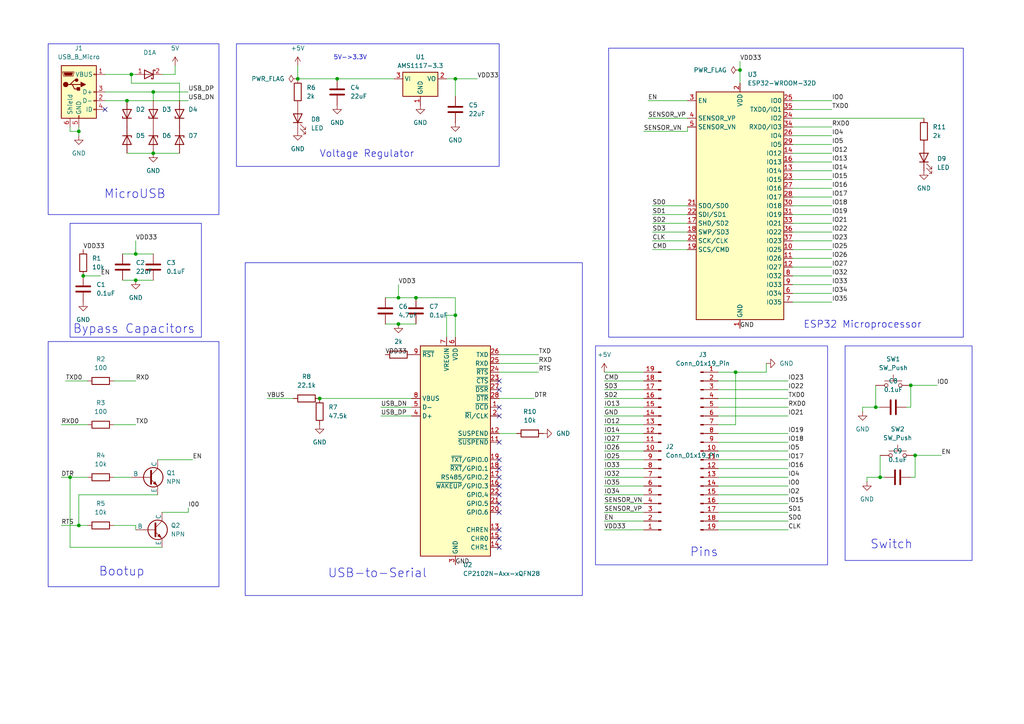
<source format=kicad_sch>
(kicad_sch (version 20231120) (generator "eeschema") (generator_version "8.0")
  (paper "A4")
  (lib_symbols
    (symbol "Connector:Conn_01x19_Pin" (pin_names (offset 1.016) hide)
      (property "Reference" "J" (at 0 25.4 0))
      (property "Value" "Conn_01x19_Pin" (at 0 -25.4 0))
      (symbol "Conn_01x19_Pin_1_1"
        (polyline (pts (xy 1.27 -22.86) (xy 0.8636 -22.86)) (stroke (width 0.1524)))
        (polyline (pts (xy 1.27 -20.32) (xy 0.8636 -20.32)) (stroke (width 0.1524)))
        (polyline (pts (xy 1.27 -17.78) (xy 0.8636 -17.78)) (stroke (width 0.1524)))
        (polyline (pts (xy 1.27 -15.24) (xy 0.8636 -15.24)) (stroke (width 0.1524)))
        (polyline (pts (xy 1.27 -12.7) (xy 0.8636 -12.7)) (stroke (width 0.1524)))
        (polyline (pts (xy 1.27 -10.16) (xy 0.8636 -10.16)) (stroke (width 0.1524)))
        (polyline (pts (xy 1.27 -7.62) (xy 0.8636 -7.62)) (stroke (width 0.1524)))
        (polyline (pts (xy 1.27 -5.08) (xy 0.8636 -5.08)) (stroke (width 0.1524)))
        (polyline (pts (xy 1.27 -2.54) (xy 0.8636 -2.54)) (stroke (width 0.1524)))
        (polyline (pts (xy 1.27 0) (xy 0.8636 0)) (stroke (width 0.1524)))
        (polyline (pts (xy 1.27 2.54) (xy 0.8636 2.54)) (stroke (width 0.1524)))
        (polyline (pts (xy 1.27 5.08) (xy 0.8636 5.08)) (stroke (width 0.1524)))
        (polyline (pts (xy 1.27 7.62) (xy 0.8636 7.62)) (stroke (width 0.1524)))
        (polyline (pts (xy 1.27 10.16) (xy 0.8636 10.16)) (stroke (width 0.1524)))
        (polyline (pts (xy 1.27 12.7) (xy 0.8636 12.7)) (stroke (width 0.1524)))
        (polyline (pts (xy 1.27 15.24) (xy 0.8636 15.24)) (stroke (width 0.1524)))
        (polyline (pts (xy 1.27 17.78) (xy 0.8636 17.78)) (stroke (width 0.1524)))
        (polyline (pts (xy 1.27 20.32) (xy 0.8636 20.32)) (stroke (width 0.1524)))
        (polyline (pts (xy 1.27 22.86) (xy 0.8636 22.86)) (stroke (width 0.1524)))
        (rectangle (start 0.8636 -22.733) (end 0 -22.987) (stroke (width 0.1524)) (fill (type outline)))
        (rectangle (start 0.8636 -20.193) (end 0 -20.447) (stroke (width 0.1524)) (fill (type outline)))
        (rectangle (start 0.8636 -17.653) (end 0 -17.907) (stroke (width 0.1524)) (fill (type outline)))
        (rectangle (start 0.8636 -15.113) (end 0 -15.367) (stroke (width 0.1524)) (fill (type outline)))
        (rectangle (start 0.8636 -12.573) (end 0 -12.827) (stroke (width 0.1524)) (fill (type outline)))
        (rectangle (start 0.8636 -10.033) (end 0 -10.287) (stroke (width 0.1524)) (fill (type outline)))
        (rectangle (start 0.8636 -7.493) (end 0 -7.747) (stroke (width 0.1524)) (fill (type outline)))
        (rectangle (start 0.8636 -4.953) (end 0 -5.207) (stroke (width 0.1524)) (fill (type outline)))
        (rectangle (start 0.8636 -2.413) (end 0 -2.667) (stroke (width 0.1524)) (fill (type outline)))
        (rectangle (start 0.8636 0.127) (end 0 -0.127) (stroke (width 0.1524)) (fill (type outline)))
        (rectangle (start 0.8636 2.667) (end 0 2.413) (stroke (width 0.1524)) (fill (type outline)))
        (rectangle (start 0.8636 5.207) (end 0 4.953) (stroke (width 0.1524)) (fill (type outline)))
        (rectangle (start 0.8636 7.747) (end 0 7.493) (stroke (width 0.1524)) (fill (type outline)))
        (rectangle (start 0.8636 10.287) (end 0 10.033) (stroke (width 0.1524)) (fill (type outline)))
        (rectangle (start 0.8636 12.827) (end 0 12.573) (stroke (width 0.1524)) (fill (type outline)))
        (rectangle (start 0.8636 15.367) (end 0 15.113) (stroke (width 0.1524)) (fill (type outline)))
        (rectangle (start 0.8636 17.907) (end 0 17.653) (stroke (width 0.1524)) (fill (type outline)))
        (rectangle (start 0.8636 20.447) (end 0 20.193) (stroke (width 0.1524)) (fill (type outline)))
        (rectangle (start 0.8636 22.987) (end 0 22.733) (stroke (width 0.1524)) (fill (type outline)))
        (pin passive line (at 5.08 22.86 180) (length 3.81) (name "Pin_1") (number "1"))
        (pin passive line (at 5.08 0 180) (length 3.81) (name "Pin_10") (number "10"))
        (pin passive line (at 5.08 -2.54 180) (length 3.81) (name "Pin_11") (number "11"))
        (pin passive line (at 5.08 -5.08 180) (length 3.81) (name "Pin_12") (number "12"))
        (pin passive line (at 5.08 -7.62 180) (length 3.81) (name "Pin_13") (number "13"))
        (pin passive line (at 5.08 -10.16 180) (length 3.81) (name "Pin_14") (number "14"))
        (pin passive line (at 5.08 -12.7 180) (length 3.81) (name "Pin_15") (number "15"))
        (pin passive line (at 5.08 -15.24 180) (length 3.81) (name "Pin_16") (number "16"))
        (pin passive line (at 5.08 -17.78 180) (length 3.81) (name "Pin_17") (number "17"))
        (pin passive line (at 5.08 -20.32 180) (length 3.81) (name "Pin_18") (number "18"))
        (pin passive line (at 5.08 -22.86 180) (length 3.81) (name "Pin_19") (number "19"))
        (pin passive line (at 5.08 20.32 180) (length 3.81) (name "Pin_2") (number "2"))
        (pin passive line (at 5.08 17.78 180) (length 3.81) (name "Pin_3") (number "3"))
        (pin passive line (at 5.08 15.24 180) (length 3.81) (name "Pin_4") (number "4"))
        (pin passive line (at 5.08 12.7 180) (length 3.81) (name "Pin_5") (number "5"))
        (pin passive line (at 5.08 10.16 180) (length 3.81) (name "Pin_6") (number "6"))
        (pin passive line (at 5.08 7.62 180) (length 3.81) (name "Pin_7") (number "7"))
        (pin passive line (at 5.08 5.08 180) (length 3.81) (name "Pin_8") (number "8"))
        (pin passive line (at 5.08 2.54 180) (length 3.81) (name "Pin_9") (number "9"))
      )
    )
    (symbol "Connector:USB_B_Micro" (pin_names (offset 1.016))
      (property "Reference" "J" (at -5.08 11.43 0))
      (property "Value" "USB_B_Micro" (at -5.08 8.89 0))
      (symbol "USB_B_Micro_0_1"
        (rectangle (start -5.08 -7.62) (end 5.08 7.62) (stroke (width 0.254)) (fill (type background)))
        (circle (center -3.81 2.159) (radius 0.635) (stroke (width 0.254)) (fill (type outline)))
        (circle (center -0.635 3.429) (radius 0.381) (stroke (width 0.254)) (fill (type outline)))
        (rectangle (start -0.127 -7.62) (end 0.127 -6.858))
        (polyline (pts (xy -1.905 2.159) (xy 0.635 2.159)) (stroke (width 0.254)))
        (polyline (pts (xy -3.175 2.159) (xy -2.54 2.159) (xy -1.27 3.429) (xy -0.635 3.429)) (stroke (width 0.254)))
        (polyline (pts (xy -2.54 2.159) (xy -1.905 2.159) (xy -1.27 0.889) (xy 0 0.889)) (stroke (width 0.254)))
        (polyline (pts (xy 0.635 2.794) (xy 0.635 1.524) (xy 1.905 2.159) (xy 0.635 2.794)) (stroke (width 0.254)) (fill (type outline)))
        (polyline (pts (xy -4.318 5.588) (xy -1.778 5.588) (xy -2.032 4.826) (xy -4.064 4.826) (xy -4.318 5.588)) (fill (type outline)))
        (polyline (pts (xy -4.699 5.842) (xy -4.699 5.588) (xy -4.445 4.826) (xy -4.445 4.572) (xy -1.651 4.572) (xy -1.651 4.826) (xy -1.397 5.588) (xy -1.397 5.842) (xy -4.699 5.842)))
        (rectangle (start 0.254 1.27) (end -0.508 0.508) (stroke (width 0.254)) (fill (type outline)))
        (rectangle (start 5.08 -5.207) (end 4.318 -4.953))
        (rectangle (start 5.08 -2.667) (end 4.318 -2.413))
        (rectangle (start 5.08 -0.127) (end 4.318 0.127))
        (rectangle (start 5.08 4.953) (end 4.318 5.207))
      )
      (symbol "USB_B_Micro_1_1"
        (pin power_out line (at 7.62 5.08 180) (length 2.54) (name "VBUS") (number "1"))
        (pin bidirectional line (at 7.62 -2.54 180) (length 2.54) (name "D-") (number "2"))
        (pin bidirectional line (at 7.62 0 180) (length 2.54) (name "D+") (number "3"))
        (pin passive line (at 7.62 -5.08 180) (length 2.54) (name "ID") (number "4"))
        (pin power_out line (at 0 -10.16 90) (length 2.54) (name "GND") (number "5"))
        (pin passive line (at -2.54 -10.16 90) (length 2.54) (name "Shield") (number "6"))
      )
    )
    (symbol "Device:C" (pin_numbers hide) (pin_names (offset 0.254))
      (property "Reference" "C" (at 0.635 2.54 0))
      (property "Value" "C" (at 0.635 -2.54 0))
      (symbol "C_0_1"
        (polyline (pts (xy -2.032 -0.762) (xy 2.032 -0.762)) (stroke (width 0.508)))
        (polyline (pts (xy -2.032 0.762) (xy 2.032 0.762)) (stroke (width 0.508)))
      )
      (symbol "C_1_1"
        (pin passive line (at 0 3.81 270) (length 2.794) (name "~") (number "1"))
        (pin passive line (at 0 -3.81 90) (length 2.794) (name "~") (number "2"))
      )
    )
    (symbol "Device:D_Schottky_Dual_CommonAnode_AKK_Split" (pin_names (offset 0.762) hide)
      (property "Reference" "D" (at 0 2.54 0))
      (property "Value" "D_Schottky_Dual_CommonAnode_AKK_Split" (at 0 -2.54 0))
      (symbol "D_Schottky_Dual_CommonAnode_AKK_Split_0_1"
        (polyline (pts (xy 1.27 0) (xy -1.27 0)))
        (polyline (pts (xy -1.27 1.27) (xy 1.27 0) (xy -1.27 -1.27) (xy -1.27 1.27) (xy -1.27 1.27) (xy -1.27 1.27)) (stroke (width 0.254)))
        (polyline (pts (xy 1.778 1.016) (xy 1.778 1.27) (xy 1.27 1.27) (xy 1.27 -1.27) (xy 0.762 -1.27) (xy 0.762 -1.016)) (stroke (width 0.254)))
        (pin passive line (at -3.81 0 0) (length 2.54) (name "A") (number "1"))
      )
      (symbol "D_Schottky_Dual_CommonAnode_AKK_Split_1_1"
        (pin passive line (at 3.81 0 180) (length 2.54) (name "K") (number "2"))
      )
      (symbol "D_Schottky_Dual_CommonAnode_AKK_Split_2_1"
        (pin passive line (at 3.81 0 180) (length 2.54) (name "K") (number "3"))
      )
    )
    (symbol "Device:LED" (pin_numbers hide) (pin_names (offset 1.016) hide)
      (property "Reference" "D" (at 0 2.54 0))
      (property "Value" "LED" (at 0 -2.54 0))
      (symbol "LED_0_1"
        (polyline (pts (xy -1.27 -1.27) (xy -1.27 1.27)) (stroke (width 0.254)))
        (polyline (pts (xy -1.27 0) (xy 1.27 0)))
        (polyline (pts (xy 1.27 -1.27) (xy 1.27 1.27) (xy -1.27 0) (xy 1.27 -1.27)) (stroke (width 0.254)))
        (polyline (pts (xy -3.048 -0.762) (xy -4.572 -2.286) (xy -3.81 -2.286) (xy -4.572 -2.286) (xy -4.572 -1.524)))
        (polyline (pts (xy -1.778 -0.762) (xy -3.302 -2.286) (xy -2.54 -2.286) (xy -3.302 -2.286) (xy -3.302 -1.524)))
      )
      (symbol "LED_1_1"
        (pin passive line (at -3.81 0 0) (length 2.54) (name "K") (number "1"))
        (pin passive line (at 3.81 0 180) (length 2.54) (name "A") (number "2"))
      )
    )
    (symbol "Device:R" (pin_numbers hide) (pin_names (offset 0))
      (property "Reference" "R" (at 2.032 0 90))
      (property "Value" "R" (at 0 0 90))
      (symbol "R_0_1"
        (rectangle (start -1.016 -2.54) (end 1.016 2.54) (stroke (width 0.254)))
      )
      (symbol "R_1_1"
        (pin passive line (at 0 3.81 270) (length 1.27) (name "~") (number "1"))
        (pin passive line (at 0 -3.81 90) (length 1.27) (name "~") (number "2"))
      )
    )
    (symbol "Diode:1N53xxB" (pin_numbers hide) (pin_names hide)
      (property "Reference" "D" (at 0 2.54 0))
      (property "Value" "1N53xxB" (at 0 -2.54 0))
      (symbol "1N53xxB_0_1"
        (polyline (pts (xy 1.27 0) (xy -1.27 0)))
        (polyline (pts (xy -1.27 -1.27) (xy -1.27 1.27) (xy -0.762 1.27)) (stroke (width 0.254)))
        (polyline (pts (xy 1.27 -1.27) (xy 1.27 1.27) (xy -1.27 0) (xy 1.27 -1.27)) (stroke (width 0.254)))
      )
      (symbol "1N53xxB_1_1"
        (pin passive line (at -3.81 0 0) (length 2.54) (name "K") (number "1"))
        (pin passive line (at 3.81 0 180) (length 2.54) (name "A") (number "2"))
      )
    )
    (symbol "Interface_USB:CP2102N-Axx-xQFN28"
      (property "Reference" "U" (at -8.89 31.75 0))
      (property "Value" "CP2102N-Axx-xQFN28" (at 12.7 31.75 0))
      (symbol "CP2102N-Axx-xQFN28_0_1"
        (rectangle (start -10.16 30.48) (end 10.16 -30.48) (stroke (width 0.254)) (fill (type background)))
      )
      (symbol "CP2102N-Axx-xQFN28_1_1"
        (pin input line (at 12.7 12.7 180) (length 2.54) (name "~{DCD}") (number "1"))
        (pin no_connect line (at -10.16 -27.94 0) (length 2.54) hide (name "NC") (number "10"))
        (pin output line (at 12.7 2.54 180) (length 2.54) (name "~{SUSPEND}") (number "11"))
        (pin output line (at 12.7 5.08 180) (length 2.54) (name "SUSPEND") (number "12"))
        (pin output line (at 12.7 -22.86 180) (length 2.54) (name "CHREN") (number "13"))
        (pin output line (at 12.7 -27.94 180) (length 2.54) (name "CHR1") (number "14"))
        (pin output line (at 12.7 -25.4 180) (length 2.54) (name "CHR0") (number "15"))
        (pin bidirectional line (at 12.7 -10.16 180) (length 2.54) (name "~{WAKEUP}/GPIO.3") (number "16"))
        (pin bidirectional line (at 12.7 -7.62 180) (length 2.54) (name "RS485/GPIO.2") (number "17"))
        (pin bidirectional line (at 12.7 -5.08 180) (length 2.54) (name "~{RXT}/GPIO.1") (number "18"))
        (pin bidirectional line (at 12.7 -2.54 180) (length 2.54) (name "~{TXT}/GPIO.0") (number "19"))
        (pin bidirectional line (at 12.7 10.16 180) (length 2.54) (name "~{RI}/CLK") (number "2"))
        (pin bidirectional line (at 12.7 -17.78 180) (length 2.54) (name "GPIO.6") (number "20"))
        (pin bidirectional line (at 12.7 -15.24 180) (length 2.54) (name "GPIO.5") (number "21"))
        (pin bidirectional line (at 12.7 -12.7 180) (length 2.54) (name "GPIO.4") (number "22"))
        (pin input line (at 12.7 20.32 180) (length 2.54) (name "~{CTS}") (number "23"))
        (pin output line (at 12.7 22.86 180) (length 2.54) (name "~{RTS}") (number "24"))
        (pin input line (at 12.7 25.4 180) (length 2.54) (name "RXD") (number "25"))
        (pin output line (at 12.7 27.94 180) (length 2.54) (name "TXD") (number "26"))
        (pin input line (at 12.7 17.78 180) (length 2.54) (name "~{DSR}") (number "27"))
        (pin output line (at 12.7 15.24 180) (length 2.54) (name "~{DTR}") (number "28"))
        (pin passive line (at 0 -33.02 90) (length 2.54) hide (name "GND") (number "29"))
        (pin power_in line (at 0 -33.02 90) (length 2.54) (name "GND") (number "3"))
        (pin bidirectional line (at -12.7 10.16 0) (length 2.54) (name "D+") (number "4"))
        (pin bidirectional line (at -12.7 12.7 0) (length 2.54) (name "D-") (number "5"))
        (pin power_in line (at 0 33.02 270) (length 2.54) (name "VDD") (number "6"))
        (pin power_in line (at -2.54 33.02 270) (length 2.54) (name "VREGIN") (number "7"))
        (pin input line (at -12.7 15.24 0) (length 2.54) (name "VBUS") (number "8"))
        (pin input line (at -12.7 27.94 0) (length 2.54) (name "~{RST}") (number "9"))
      )
    )
    (symbol "RF_Module:ESP32-WROOM-32D"
      (property "Reference" "U" (at -12.7 34.29 0))
      (property "Value" "ESP32-WROOM-32D" (at 1.27 34.29 0))
      (symbol "ESP32-WROOM-32D_0_1"
        (rectangle (start -12.7 33.02) (end 12.7 -33.02) (stroke (width 0.254)) (fill (type background)))
      )
      (symbol "ESP32-WROOM-32D_1_1"
        (pin power_in line (at 0 -35.56 90) (length 2.54) (name "GND") (number "1"))
        (pin bidirectional line (at 15.24 -12.7 180) (length 2.54) (name "IO25") (number "10"))
        (pin bidirectional line (at 15.24 -15.24 180) (length 2.54) (name "IO26") (number "11"))
        (pin bidirectional line (at 15.24 -17.78 180) (length 2.54) (name "IO27") (number "12"))
        (pin bidirectional line (at 15.24 10.16 180) (length 2.54) (name "IO14") (number "13"))
        (pin bidirectional line (at 15.24 15.24 180) (length 2.54) (name "IO12") (number "14"))
        (pin passive line (at 0 -35.56 90) (length 2.54) hide (name "GND") (number "15"))
        (pin bidirectional line (at 15.24 12.7 180) (length 2.54) (name "IO13") (number "16"))
        (pin bidirectional line (at -15.24 -5.08 0) (length 2.54) (name "SHD/SD2") (number "17"))
        (pin bidirectional line (at -15.24 -7.62 0) (length 2.54) (name "SWP/SD3") (number "18"))
        (pin bidirectional line (at -15.24 -12.7 0) (length 2.54) (name "SCS/CMD") (number "19"))
        (pin power_in line (at 0 35.56 270) (length 2.54) (name "VDD") (number "2"))
        (pin bidirectional line (at -15.24 -10.16 0) (length 2.54) (name "SCK/CLK") (number "20"))
        (pin bidirectional line (at -15.24 0 0) (length 2.54) (name "SDO/SD0") (number "21"))
        (pin bidirectional line (at -15.24 -2.54 0) (length 2.54) (name "SDI/SD1") (number "22"))
        (pin bidirectional line (at 15.24 7.62 180) (length 2.54) (name "IO15") (number "23"))
        (pin bidirectional line (at 15.24 25.4 180) (length 2.54) (name "IO2") (number "24"))
        (pin bidirectional line (at 15.24 30.48 180) (length 2.54) (name "IO0") (number "25"))
        (pin bidirectional line (at 15.24 20.32 180) (length 2.54) (name "IO4") (number "26"))
        (pin bidirectional line (at 15.24 5.08 180) (length 2.54) (name "IO16") (number "27"))
        (pin bidirectional line (at 15.24 2.54 180) (length 2.54) (name "IO17") (number "28"))
        (pin bidirectional line (at 15.24 17.78 180) (length 2.54) (name "IO5") (number "29"))
        (pin input line (at -15.24 30.48 0) (length 2.54) (name "EN") (number "3"))
        (pin bidirectional line (at 15.24 0 180) (length 2.54) (name "IO18") (number "30"))
        (pin bidirectional line (at 15.24 -2.54 180) (length 2.54) (name "IO19") (number "31"))
        (pin no_connect line (at -12.7 -27.94 0) (length 2.54) hide (name "NC") (number "32"))
        (pin bidirectional line (at 15.24 -5.08 180) (length 2.54) (name "IO21") (number "33"))
        (pin bidirectional line (at 15.24 22.86 180) (length 2.54) (name "RXD0/IO3") (number "34"))
        (pin bidirectional line (at 15.24 27.94 180) (length 2.54) (name "TXD0/IO1") (number "35"))
        (pin bidirectional line (at 15.24 -7.62 180) (length 2.54) (name "IO22") (number "36"))
        (pin bidirectional line (at 15.24 -10.16 180) (length 2.54) (name "IO23") (number "37"))
        (pin passive line (at 0 -35.56 90) (length 2.54) hide (name "GND") (number "38"))
        (pin passive line (at 0 -35.56 90) (length 2.54) hide (name "GND") (number "39"))
        (pin input line (at -15.24 25.4 0) (length 2.54) (name "SENSOR_VP") (number "4"))
        (pin input line (at -15.24 22.86 0) (length 2.54) (name "SENSOR_VN") (number "5"))
        (pin input line (at 15.24 -25.4 180) (length 2.54) (name "IO34") (number "6"))
        (pin input line (at 15.24 -27.94 180) (length 2.54) (name "IO35") (number "7"))
        (pin bidirectional line (at 15.24 -20.32 180) (length 2.54) (name "IO32") (number "8"))
        (pin bidirectional line (at 15.24 -22.86 180) (length 2.54) (name "IO33") (number "9"))
      )
    )
    (symbol "Regulator_Linear:AMS1117-3.3"
      (property "Reference" "U" (at -3.81 3.175 0))
      (property "Value" "AMS1117-3.3" (at 0 3.175 0))
      (symbol "AMS1117-3.3_0_1"
        (rectangle (start -5.08 -5.08) (end 5.08 1.905) (stroke (width 0.254)) (fill (type background)))
      )
      (symbol "AMS1117-3.3_1_1"
        (pin power_in line (at 0 -7.62 90) (length 2.54) (name "GND") (number "1"))
        (pin power_out line (at 7.62 0 180) (length 2.54) (name "VO") (number "2"))
        (pin power_in line (at -7.62 0 0) (length 2.54) (name "VI") (number "3"))
      )
    )
    (symbol "Simulation_SPICE:NPN" (pin_numbers hide) (pin_names (offset 0))
      (property "Reference" "Q" (at -2.54 7.62 0))
      (property "Value" "NPN" (at -2.54 5.08 0))
      (symbol "NPN_0_1"
        (polyline (pts (xy -2.54 0) (xy 0.635 0)) (stroke (width 0.1524)))
        (polyline (pts (xy 0.635 0.635) (xy 2.54 2.54)))
        (polyline (pts (xy 2.794 -1.27) (xy 2.794 -1.27)) (stroke (width 0.1524)))
        (polyline (pts (xy 2.794 -1.27) (xy 2.794 -1.27)) (stroke (width 0.1524)))
        (polyline (pts (xy 0.635 -0.635) (xy 2.54 -2.54) (xy 2.54 -2.54)))
        (polyline (pts (xy 0.635 1.905) (xy 0.635 -1.905) (xy 0.635 -1.905)) (stroke (width 0.508)))
        (polyline (pts (xy 1.27 -1.778) (xy 1.778 -1.27) (xy 2.286 -2.286) (xy 1.27 -1.778) (xy 1.27 -1.778)) (fill (type outline)))
        (circle (center 1.27 0) (radius 2.8194) (stroke (width 0.254)))
      )
      (symbol "NPN_1_1"
        (pin open_collector line (at 2.54 5.08 270) (length 2.54) (name "C") (number "1"))
        (pin input line (at -5.08 0 0) (length 2.54) (name "B") (number "2"))
        (pin open_emitter line (at 2.54 -5.08 90) (length 2.54) (name "E") (number "3"))
      )
    )
    (symbol "Switch:SW_Push" (pin_numbers hide) (pin_names (offset 1.016) hide)
      (property "Reference" "SW" (at 1.27 2.54 0))
      (property "Value" "SW_Push" (at 0 -1.524 0))
      (symbol "SW_Push_0_1"
        (circle (center -2.032 0) (radius 0.508))
        (polyline (pts (xy 0 1.27) (xy 0 3.048)))
        (polyline (pts (xy 2.54 1.27) (xy -2.54 1.27)))
        (circle (center 2.032 0) (radius 0.508))
        (pin passive line (at -5.08 0 0) (length 2.54) (name "1") (number "1"))
        (pin passive line (at 5.08 0 180) (length 2.54) (name "2") (number "2"))
      )
    )
    (symbol "power:+1V0" (power) (pin_numbers hide) (pin_names (offset 0) hide)
      (property "Value" "+1V0" (at 0 3.556 0))
      (symbol "+1V0_0_1"
        (polyline (pts (xy -0.762 1.27) (xy 0 2.54)))
        (polyline (pts (xy 0 0) (xy 0 2.54)))
        (polyline (pts (xy 0 2.54) (xy 0.762 1.27)))
      )
      (symbol "+1V0_1_1"
        (pin power_in line (at 0 0 90) (length 0) (name "~") (number "1"))
      )
    )
    (symbol "power:+5V" (power) (pin_numbers hide) (pin_names (offset 0) hide)
      (property "Value" "+5V" (at 0 3.556 0))
      (symbol "+5V_0_1"
        (polyline (pts (xy -0.762 1.27) (xy 0 2.54)))
        (polyline (pts (xy 0 0) (xy 0 2.54)))
        (polyline (pts (xy 0 2.54) (xy 0.762 1.27)))
      )
      (symbol "+5V_1_1"
        (pin power_in line (at 0 0 90) (length 0) (name "~") (number "1"))
      )
    )
    (symbol "power:GND" (power) (pin_numbers hide) (pin_names (offset 0) hide)
      (property "Value" "GND" (at 0 -3.81 0))
      (symbol "GND_0_1"
        (polyline (pts (xy 0 0) (xy 0 -1.27) (xy 1.27 -1.27) (xy 0 -2.54) (xy -1.27 -1.27) (xy 0 -1.27)))
      )
      (symbol "GND_1_1"
        (pin power_in line (at 0 0 270) (length 0) (name "~") (number "1"))
      )
    )
    (symbol "power:PWR_FLAG" (power) (pin_numbers hide) (pin_names (offset 0) hide)
      (property "Value" "PWR_FLAG" (at 0 3.81 0))
      (symbol "PWR_FLAG_0_0"
        (pin power_out line (at 0 0 90) (length 0) (name "~") (number "1"))
      )
      (symbol "PWR_FLAG_0_1"
        (polyline (pts (xy 0 0) (xy 0 1.27) (xy -1.016 1.905) (xy 0 2.54) (xy 1.016 1.905) (xy 0 1.27)))
      )
    )
  )
  (junction (at 86.36 22.86))
  (junction (at 254 118.11))
  (junction (at 255.27 138.43))
  (junction (at 265.43 132.08))
  (junction (at 20.32 138.43))
  (junction (at 132.08 91.44))
  (junction (at 22.86 152.4))
  (junction (at 38.1 21.59))
  (junction (at 115.57 86.36))
  (junction (at 264.16 111.76))
  (junction (at 39.37 81.28))
  (junction (at 44.45 44.45))
  (junction (at 36.83 29.21))
  (junction (at 120.65 86.36))
  (junction (at 132.08 22.86))
  (junction (at 214.63 20.32))
  (junction (at 92.71 115.57))
  (junction (at 97.79 22.86))
  (junction (at 24.13 80.01))
  (junction (at 213.36 107.95))
  (junction (at 22.86 38.1))
  (junction (at 39.37 73.66))
  (junction (at 44.45 26.67))
  (junction (at 115.57 93.98))
  (no_connect (at 144.78 133.35))
  (no_connect (at 30.48 31.75))
  (no_connect (at 144.78 156.21))
  (no_connect (at 144.78 110.49))
  (no_connect (at 144.78 143.51))
  (no_connect (at 144.78 153.67))
  (no_connect (at 144.78 128.27))
  (no_connect (at 144.78 118.11))
  (no_connect (at 144.78 113.03))
  (no_connect (at 144.78 158.75))
  (no_connect (at 144.78 148.59))
  (no_connect (at 144.78 120.65))
  (no_connect (at 144.78 140.97))
  (no_connect (at 144.78 146.05))
  (no_connect (at 144.78 138.43))
  (no_connect (at 144.78 135.89))
  (wire (pts (xy 208.28 133.35) (xy 228.6 133.35)))
  (wire (pts (xy 22.86 36.83) (xy 22.86 38.1)))
  (wire (pts (xy 22.86 152.4) (xy 25.4 152.4)))
  (wire (pts (xy 262.89 118.11) (xy 264.16 118.11)))
  (wire (pts (xy 144.78 102.87) (xy 156.21 102.87)))
  (wire (pts (xy 144.78 107.95) (xy 156.21 107.95)))
  (wire (pts (xy 129.54 97.79) (xy 129.54 91.44)))
  (wire (pts (xy 189.23 69.85) (xy 199.39 69.85)))
  (wire (pts (xy 229.87 87.63) (xy 241.3 87.63)))
  (wire (pts (xy 38.1 21.59) (xy 39.37 21.59)))
  (wire (pts (xy 208.28 130.81) (xy 228.6 130.81)))
  (wire (pts (xy 175.26 153.67) (xy 186.69 153.67)))
  (wire (pts (xy 115.57 93.98) (xy 120.65 93.98)))
  (wire (pts (xy 22.86 38.1) (xy 22.86 39.37)))
  (wire (pts (xy 229.87 85.09) (xy 241.3 85.09)))
  (wire (pts (xy 229.87 82.55) (xy 241.3 82.55)))
  (wire (pts (xy 264.16 111.76) (xy 264.16 118.11)))
  (wire (pts (xy 264.16 111.76) (xy 271.78 111.76)))
  (wire (pts (xy 175.26 118.11) (xy 186.69 118.11)))
  (wire (pts (xy 208.28 138.43) (xy 228.6 138.43)))
  (wire (pts (xy 97.79 22.86) (xy 114.3 22.86)))
  (wire (pts (xy 50.8 21.59) (xy 50.8 19.05)))
  (wire (pts (xy 20.32 158.75) (xy 20.32 138.43)))
  (wire (pts (xy 251.46 139.7) (xy 251.46 138.43)))
  (wire (pts (xy 189.23 59.69) (xy 199.39 59.69)))
  (wire (pts (xy 199.39 36.83) (xy 199.39 38.1)))
  (wire (pts (xy 175.26 125.73) (xy 186.69 125.73)))
  (wire (pts (xy 20.32 36.83) (xy 20.32 38.1)))
  (wire (pts (xy 229.87 77.47) (xy 241.3 77.47)))
  (wire (pts (xy 45.72 133.35) (xy 55.88 133.35)))
  (wire (pts (xy 186.69 38.1) (xy 199.39 38.1)))
  (wire (pts (xy 175.26 133.35) (xy 186.69 133.35)))
  (wire (pts (xy 229.87 64.77) (xy 241.3 64.77)))
  (wire (pts (xy 208.28 153.67) (xy 228.6 153.67)))
  (wire (pts (xy 44.45 26.67) (xy 54.61 26.67)))
  (wire (pts (xy 175.26 115.57) (xy 186.69 115.57)))
  (wire (pts (xy 132.08 22.86) (xy 132.08 27.94)))
  (wire (pts (xy 19.05 110.49) (xy 25.4 110.49)))
  (wire (pts (xy 44.45 26.67) (xy 44.45 29.21)))
  (wire (pts (xy 132.08 86.36) (xy 120.65 86.36)))
  (wire (pts (xy 229.87 49.53) (xy 241.3 49.53)))
  (wire (pts (xy 36.83 29.21) (xy 54.61 29.21)))
  (wire (pts (xy 229.87 44.45) (xy 241.3 44.45)))
  (wire (pts (xy 250.19 118.11) (xy 254 118.11)))
  (wire (pts (xy 115.57 86.36) (xy 120.65 86.36)))
  (wire (pts (xy 175.26 140.97) (xy 186.69 140.97)))
  (wire (pts (xy 229.87 69.85) (xy 241.3 69.85)))
  (wire (pts (xy 208.28 128.27) (xy 228.6 128.27)))
  (wire (pts (xy 36.83 44.45) (xy 44.45 44.45)))
  (wire (pts (xy 264.16 138.43) (xy 265.43 138.43)))
  (wire (pts (xy 33.02 152.4) (xy 39.37 152.4)))
  (wire (pts (xy 175.26 130.81) (xy 186.69 130.81)))
  (wire (pts (xy 175.26 123.19) (xy 186.69 123.19)))
  (wire (pts (xy 265.43 132.08) (xy 265.43 138.43)))
  (wire (pts (xy 175.26 120.65) (xy 186.69 120.65)))
  (wire (pts (xy 30.48 26.67) (xy 44.45 26.67)))
  (wire (pts (xy 20.32 38.1) (xy 22.86 38.1)))
  (wire (pts (xy 33.02 123.19) (xy 39.37 123.19)))
  (wire (pts (xy 255.27 132.08) (xy 255.27 138.43)))
  (wire (pts (xy 44.45 44.45) (xy 52.07 44.45)))
  (wire (pts (xy 208.28 140.97) (xy 228.6 140.97)))
  (wire (pts (xy 110.49 118.11) (xy 119.38 118.11)))
  (wire (pts (xy 208.28 123.19) (xy 213.36 123.19)))
  (wire (pts (xy 229.87 72.39) (xy 241.3 72.39)))
  (wire (pts (xy 17.78 152.4) (xy 22.86 152.4)))
  (wire (pts (xy 175.26 110.49) (xy 186.69 110.49)))
  (wire (pts (xy 208.28 118.11) (xy 228.6 118.11)))
  (wire (pts (xy 92.71 115.57) (xy 119.38 115.57)))
  (wire (pts (xy 255.27 138.43) (xy 256.54 138.43)))
  (wire (pts (xy 208.28 151.13) (xy 228.6 151.13)))
  (wire (pts (xy 110.49 120.65) (xy 119.38 120.65)))
  (wire (pts (xy 208.28 110.49) (xy 228.6 110.49)))
  (wire (pts (xy 54.61 147.32) (xy 54.61 148.59)))
  (wire (pts (xy 175.26 151.13) (xy 186.69 151.13)))
  (wire (pts (xy 213.36 123.19) (xy 213.36 107.95)))
  (wire (pts (xy 175.26 146.05) (xy 186.69 146.05)))
  (wire (pts (xy 229.87 80.01) (xy 241.3 80.01)))
  (wire (pts (xy 175.26 143.51) (xy 186.69 143.51)))
  (wire (pts (xy 111.76 93.98) (xy 115.57 93.98)))
  (wire (pts (xy 189.23 67.31) (xy 199.39 67.31)))
  (wire (pts (xy 229.87 29.21) (xy 241.3 29.21)))
  (wire (pts (xy 39.37 69.85) (xy 39.37 73.66)))
  (wire (pts (xy 115.57 82.55) (xy 115.57 86.36)))
  (wire (pts (xy 22.86 143.51) (xy 22.86 152.4)))
  (wire (pts (xy 189.23 72.39) (xy 199.39 72.39)))
  (wire (pts (xy 86.36 22.86) (xy 97.79 22.86)))
  (wire (pts (xy 229.87 39.37) (xy 241.3 39.37)))
  (wire (pts (xy 175.26 138.43) (xy 186.69 138.43)))
  (wire (pts (xy 229.87 62.23) (xy 241.3 62.23)))
  (wire (pts (xy 254 118.11) (xy 255.27 118.11)))
  (wire (pts (xy 86.36 19.05) (xy 86.36 22.86)))
  (wire (pts (xy 175.26 148.59) (xy 186.69 148.59)))
  (wire (pts (xy 208.28 120.65) (xy 228.6 120.65)))
  (wire (pts (xy 144.78 105.41) (xy 156.21 105.41)))
  (wire (pts (xy 38.1 24.13) (xy 38.1 21.59)))
  (wire (pts (xy 52.07 24.13) (xy 38.1 24.13)))
  (wire (pts (xy 229.87 74.93) (xy 241.3 74.93)))
  (wire (pts (xy 208.28 148.59) (xy 228.6 148.59)))
  (wire (pts (xy 175.26 128.27) (xy 186.69 128.27)))
  (wire (pts (xy 35.56 81.28) (xy 39.37 81.28)))
  (wire (pts (xy 265.43 132.08) (xy 273.05 132.08)))
  (wire (pts (xy 35.56 73.66) (xy 39.37 73.66)))
  (wire (pts (xy 189.23 62.23) (xy 199.39 62.23)))
  (wire (pts (xy 132.08 97.79) (xy 132.08 91.44)))
  (wire (pts (xy 175.26 113.03) (xy 186.69 113.03)))
  (wire (pts (xy 132.08 91.44) (xy 132.08 86.36)))
  (wire (pts (xy 33.02 110.49) (xy 39.37 110.49)))
  (wire (pts (xy 17.78 138.43) (xy 20.32 138.43)))
  (wire (pts (xy 229.87 59.69) (xy 241.3 59.69)))
  (wire (pts (xy 229.87 31.75) (xy 241.3 31.75)))
  (wire (pts (xy 132.08 22.86) (xy 138.43 22.86)))
  (wire (pts (xy 229.87 41.91) (xy 241.3 41.91)))
  (wire (pts (xy 144.78 115.57) (xy 154.94 115.57)))
  (wire (pts (xy 208.28 125.73) (xy 228.6 125.73)))
  (wire (pts (xy 39.37 81.28) (xy 44.45 81.28)))
  (wire (pts (xy 30.48 21.59) (xy 38.1 21.59)))
  (wire (pts (xy 187.96 29.21) (xy 199.39 29.21)))
  (wire (pts (xy 208.28 107.95) (xy 213.36 107.95)))
  (wire (pts (xy 189.23 64.77) (xy 199.39 64.77)))
  (wire (pts (xy 229.87 54.61) (xy 241.3 54.61)))
  (wire (pts (xy 214.63 17.78) (xy 214.63 20.32)))
  (wire (pts (xy 77.47 115.57) (xy 85.09 115.57)))
  (wire (pts (xy 39.37 73.66) (xy 44.45 73.66)))
  (wire (pts (xy 214.63 20.32) (xy 214.63 24.13)))
  (wire (pts (xy 129.54 22.86) (xy 132.08 22.86)))
  (wire (pts (xy 229.87 67.31) (xy 241.3 67.31)))
  (wire (pts (xy 52.07 29.21) (xy 52.07 24.13)))
  (wire (pts (xy 250.19 119.38) (xy 250.19 118.11)))
  (wire (pts (xy 187.96 34.29) (xy 199.39 34.29)))
  (wire (pts (xy 33.02 138.43) (xy 38.1 138.43)))
  (wire (pts (xy 229.87 36.83) (xy 241.3 36.83)))
  (wire (pts (xy 17.78 123.19) (xy 25.4 123.19)))
  (wire (pts (xy 175.26 135.89) (xy 186.69 135.89)))
  (wire (pts (xy 213.36 107.95) (xy 222.25 107.95)))
  (wire (pts (xy 46.99 158.75) (xy 20.32 158.75)))
  (wire (pts (xy 208.28 143.51) (xy 228.6 143.51)))
  (wire (pts (xy 111.76 86.36) (xy 115.57 86.36)))
  (wire (pts (xy 229.87 46.99) (xy 241.3 46.99)))
  (wire (pts (xy 175.26 107.95) (xy 186.69 107.95)))
  (wire (pts (xy 46.99 148.59) (xy 54.61 148.59)))
  (wire (pts (xy 251.46 138.43) (xy 255.27 138.43)))
  (wire (pts (xy 46.99 21.59) (xy 50.8 21.59)))
  (wire (pts (xy 20.32 138.43) (xy 25.4 138.43)))
  (wire (pts (xy 229.87 57.15) (xy 241.3 57.15)))
  (wire (pts (xy 45.72 143.51) (xy 22.86 143.51)))
  (wire (pts (xy 39.37 152.4) (xy 39.37 153.67)))
  (wire (pts (xy 30.48 29.21) (xy 36.83 29.21)))
  (wire (pts (xy 208.28 146.05) (xy 228.6 146.05)))
  (wire (pts (xy 144.78 125.73) (xy 149.86 125.73)))
  (wire (pts (xy 229.87 52.07) (xy 241.3 52.07)))
  (wire (pts (xy 129.54 91.44) (xy 132.08 91.44)))
  (wire (pts (xy 229.87 34.29) (xy 267.97 34.29)))
  (wire (pts (xy 208.28 113.03) (xy 228.6 113.03)))
  (wire (pts (xy 222.25 107.95) (xy 222.25 105.41)))
  (wire (pts (xy 208.28 135.89) (xy 228.6 135.89)))
  (wire (pts (xy 254 111.76) (xy 254 118.11)))
  (wire (pts (xy 208.28 115.57) (xy 228.6 115.57)))
  (wire (pts (xy 24.13 80.01) (xy 29.21 80.01)))
  (rectangle (start 13.97 12.7) (end 63.5 62.23))
  (rectangle (start 176.53 13.97) (end 279.4 97.79))
  (rectangle (start 245.11 100.33) (end 281.94 162.56))
  (rectangle (start 20.32 64.77) (end 58.42 97.79))
  (rectangle (start 172.72 100.33) (end 240.03 163.83))
  (rectangle (start 71.12 76.2) (end 168.91 172.72))
  (rectangle (start 13.97 99.06) (end 63.5 170.18))
  (rectangle (start 68.58 12.7) (end 144.78 48.26))
  (rectangle (start 245.11 100.33) (end 245.11 100.33))
  (text "Pins" (at 204.216 160.274 0) (effects (font (size 2.54 2.54))))
  (text "ESP32 Microprocessor" (at 250.19 94.234 0) (effects (font (size 2.032 2.032))))
  (text "Voltage Regulator" (at 106.426 44.704 0) (effects (font (size 2.032 2.032))))
  (text "MicroUSB" (at 39.116 56.388 0) (effects (font (size 2.54 2.54))))
  (text "Bypass Capacitors" (at 38.862 95.504 0) (effects (font (size 2.54 2.54))))
  (text "USB-to-Serial" (at 109.474 166.37 0) (effects (font (size 2.54 2.54))))
  (text "5V->3.3V" (at 101.6 16.764 0) (effects (font (size 1.27 1.27))))
  (text "Bootup" (at 35.306 165.862 0) (effects (font (size 2.54 2.54))))
  (text "Switch" (at 258.572 157.988 0) (effects (font (size 2.54 2.54))))
  (label "IO19" (at 228.6 125.73 0))
  (label "RTS" (at 156.21 107.95 0))
  (label "IO16" (at 241.3 54.61 0))
  (label "IO17" (at 241.3 57.15 0))
  (label "IO15" (at 228.6 146.05 0))
  (label "IO5" (at 241.3 41.91 0))
  (label "IO33" (at 175.26 135.89 0))
  (label "SD3" (at 175.26 113.03 0))
  (label "USB_DN" (at 110.49 118.11 0))
  (label "IO13" (at 241.3 46.99 0))
  (label "SD1" (at 228.6 148.59 0))
  (label "EN" (at 273.05 132.08 0))
  (label "VDD33" (at 39.37 69.85 0))
  (label "IO25" (at 241.3 72.39 0))
  (label "IO22" (at 228.6 113.03 0))
  (label "IO0" (at 271.78 111.76 0))
  (label "IO32" (at 175.26 138.43 0))
  (label "RXD0" (at 228.6 118.11 0))
  (label "DTR" (at 17.78 138.43 0))
  (label "CMD" (at 189.23 72.39 0))
  (label "CLK" (at 228.6 153.67 0))
  (label "TXD0" (at 19.05 110.49 0))
  (label "IO27" (at 241.3 77.47 0))
  (label "IO14" (at 241.3 49.53 0))
  (label "SD0" (at 228.6 151.13 0))
  (label "GND" (at 214.63 95.25 0))
  (label "VDD33" (at 111.76 102.87 0))
  (label "TXD" (at 156.21 102.87 0))
  (label "DTR" (at 154.94 115.57 0))
  (label "IO34" (at 175.26 143.51 0))
  (label "TXD0" (at 228.6 115.57 0))
  (label "CMD" (at 175.26 110.49 0))
  (label "USB_DP" (at 54.61 26.67 0))
  (label "VBUS" (at 77.47 115.57 0))
  (label "RTS" (at 17.78 152.4 0))
  (label "EN" (at 29.21 80.01 0))
  (label "IO21" (at 241.3 64.77 0))
  (label "IO4" (at 241.3 39.37 0))
  (label "RXD" (at 156.21 105.41 0))
  (label "IO4" (at 228.6 138.43 0))
  (label "GND" (at 132.08 163.83 0))
  (label "IO13" (at 175.26 118.11 0))
  (label "IO26" (at 241.3 74.93 0))
  (label "IO32" (at 241.3 80.01 0))
  (label "TXD0" (at 241.3 31.75 0))
  (label "SD3" (at 189.23 67.31 0))
  (label "USB_DP" (at 110.49 120.65 0))
  (label "IO18" (at 228.6 128.27 0))
  (label "SD2" (at 189.23 64.77 0))
  (label "IO19" (at 241.3 62.23 0))
  (label "IO22" (at 241.3 67.31 0))
  (label "CLK" (at 189.23 69.85 0))
  (label "SD1" (at 189.23 62.23 0))
  (label "SD0" (at 189.23 59.69 0))
  (label "USB_DN" (at 54.61 29.21 0))
  (label "IO35" (at 241.3 87.63 0))
  (label "VDD33" (at 24.13 72.39 0))
  (label "IO2" (at 228.6 143.51 0))
  (label "IO0" (at 228.6 140.97 0))
  (label "IO5" (at 228.6 130.81 0))
  (label "IO12" (at 175.26 123.19 0))
  (label "EN" (at 175.26 151.13 0))
  (label "SENSOR_VP" (at 175.26 148.59 0))
  (label "I00" (at 54.61 147.32 0))
  (label "IO34" (at 241.3 85.09 0))
  (label "IO33" (at 241.3 82.55 0))
  (label "GND" (at 175.26 120.65 0))
  (label "EN" (at 55.88 133.35 0))
  (label "IO17" (at 228.6 133.35 0))
  (label "SENSOR_VP" (at 187.96 34.29 0))
  (label "IO25" (at 175.26 133.35 0))
  (label "IO23" (at 228.6 110.49 0))
  (label "IO23" (at 241.3 69.85 0))
  (label "RXD" (at 39.37 110.49 0))
  (label "RXD0" (at 17.78 123.19 0))
  (label "IO21" (at 228.6 120.65 0))
  (label "IO35" (at 175.26 140.97 0))
  (label "VDD33" (at 214.63 17.78 0))
  (label "IO18" (at 241.3 59.69 0))
  (label "SENSOR_VN" (at 175.26 146.05 0))
  (label "IO16" (at 228.6 135.89 0))
  (label "EN" (at 187.96 29.21 0))
  (label "VDD33" (at 175.26 153.67 0))
  (label "VDD3" (at 115.57 82.55 0))
  (label "IO27" (at 175.26 128.27 0))
  (label "IO0" (at 241.3 29.21 0))
  (label "IO14" (at 175.26 125.73 0))
  (label "SD2" (at 175.26 115.57 0))
  (label "IO12" (at 241.3 44.45 0))
  (label "VDD33" (at 138.43 22.86 0))
  (label "TXD" (at 39.37 123.19 0))
  (label "IO26" (at 175.26 130.81 0))
  (label "RXD0" (at 241.3 36.83 0))
  (label "SENSOR_VN" (at 186.69 38.1 0))
  (label "IO15" (at 241.3 52.07 0))
  (symbol (lib_id "Device:R") (at 86.36 26.67 0) (unit 1)
    (property "Reference" "R6" (at 88.9 25.3999 0) (effects (justify left)))
    (property "Value" "2k" (at 88.9 27.9399 0) (effects (justify left)))
    (property "Footprint" "Resistor_SMD:R_0612_1632Metric_Pad1.18x3.40mm_HandSolder" (effects (hide yes)))
    (property "Description" "Resistor" (effects (hide yes)))
  )
  (symbol (lib_id "Device:R") (at 29.21 110.49 90) (unit 1)
    (property "Reference" "R2" (at 29.21 104.14 90))
    (property "Value" "100" (at 29.21 106.68 90))
    (property "Footprint" "Resistor_SMD:R_0201_0603Metric_Pad0.64x0.40mm_HandSolder" (effects (hide yes)))
    (property "Description" "Resistor" (effects (hide yes)))
  )
  (symbol (lib_id "Diode:1N53xxB") (at 44.45 33.02 90) (unit 1)
    (property "Reference" "D3" (at 46.99 31.7499 90) (effects (justify right)))
    (property "Value" "1N53xxB" (effects (hide yes)))
    (property "Footprint" "Diode_SMD:D_0603_1608Metric_Pad1.05x0.95mm_HandSolder" (effects (hide yes)))
    (property "Datasheet" "https://diotec.com/tl_files/diotec/files/pdf/datasheets/1n5345b.pdf" (effects (hide yes)))
    (property "Description" "5000mW Zener Diode, DO-201" (effects (hide yes)))
  )
  (symbol (lib_id "power:GND") (at 44.45 44.45 0) (unit 1)
    (property "Reference" "#PWR018" (effects (hide yes)))
    (property "Value" "GND" (at 44.45 49.53 0))
    (property "Description" "Power symbol creates a global label with name \"GND\" , ground" (effects (hide yes)))
  )
  (symbol (lib_id "Device:C") (at 111.76 90.17 0) (unit 1)
    (property "Reference" "C6" (at 115.57 88.8999 0) (effects (justify left)))
    (property "Value" "4.7uF" (at 115.57 91.4399 0) (effects (justify left)))
    (property "Footprint" "Capacitor_SMD:C_1210_3225Metric_Pad1.33x2.70mm_HandSolder" (effects (hide yes)))
    (property "Description" "Unpolarized capacitor" (effects (hide yes)))
  )
  (symbol (lib_id "Device:LED") (at 267.97 45.72 90) (unit 1)
    (property "Reference" "D9" (at 271.78 46.0374 90) (effects (justify right)))
    (property "Value" "LED" (at 271.78 48.5774 90) (effects (justify right)))
    (property "Footprint" "LED_SMD:LED_2512_6332Metric_Pad1.52x3.35mm_HandSolder" (effects (hide yes)))
    (property "Description" "Light emitting diode" (effects (hide yes)))
  )
  (symbol (lib_id "power:GND") (at 222.25 105.41 90) (unit 1)
    (property "Reference" "#PWR015" (effects (hide yes)))
    (property "Value" "GND" (at 226.06 105.4099 90) (effects (justify right)))
    (property "Description" "Power symbol creates a global label with name \"GND\" , ground" (effects (hide yes)))
  )
  (symbol (lib_id "Device:D_Schottky_Dual_CommonAnode_AKK_Split") (at 43.18 21.59 0) (unit 1)
    (property "Reference" "D1" (at 43.434 15.24 0))
    (property "Value" "D_Schottky_Dual_CommonAnode_AKK_Split" (effects (hide yes)))
    (property "Footprint" "Package_TO_SOT_SMD:SOT-23" (effects (hide yes)))
    (property "Description" "Dual Schottky diode, common anode on pin 1" (effects (hide yes)))
  )
  (symbol (lib_id "power:+5V") (at 86.36 19.05 0) (unit 1)
    (property "Reference" "#PWR08" (effects (hide yes)))
    (property "Value" "+5V" (at 86.36 13.97 0))
    (property "Description" "Power symbol creates a global label with name \"+5V\"" (effects (hide yes)))
  )
  (symbol (lib_id "power:+5V") (at 175.26 107.95 0) (unit 1)
    (property "Reference" "#PWR014" (effects (hide yes)))
    (property "Value" "+5V" (at 175.26 102.87 0))
    (property "Description" "Power symbol creates a global label with name \"+5V\"" (effects (hide yes)))
  )
  (symbol (lib_id "Device:C") (at 120.65 90.17 0) (unit 1)
    (property "Reference" "C7" (at 124.46 88.8999 0) (effects (justify left)))
    (property "Value" "0.1uF" (at 124.46 91.4399 0) (effects (justify left)))
    (property "Footprint" "Capacitor_SMD:C_1206_3216Metric_Pad1.33x1.80mm_HandSolder" (effects (hide yes)))
    (property "Description" "Unpolarized capacitor" (effects (hide yes)))
  )
  (symbol (lib_id "power:GND") (at 115.57 93.98 0) (unit 1)
    (property "Reference" "#PWR010" (effects (hide yes)))
    (property "Value" "GND" (effects (hide yes)))
    (property "Description" "Power symbol creates a global label with name \"GND\" , ground" (effects (hide yes)))
  )
  (symbol (lib_id "power:GND") (at 132.08 35.56 0) (unit 1)
    (property "Reference" "#PWR07" (effects (hide yes)))
    (property "Value" "GND" (at 132.08 40.64 0))
    (property "Description" "Power symbol creates a global label with name \"GND\" , ground" (effects (hide yes)))
  )
  (symbol (lib_id "Device:C") (at 132.08 31.75 0) (unit 1)
    (property "Reference" "C5" (at 135.89 30.4799 0) (effects (justify left)))
    (property "Value" "22uF" (at 135.89 33.0199 0) (effects (justify left)))
    (property "Footprint" "Capacitor_SMD:C_2220_5750Metric_Pad1.97x5.40mm_HandSolder" (effects (hide yes)))
    (property "Description" "Unpolarized capacitor" (effects (hide yes)))
  )
  (symbol (lib_id "Device:R") (at 115.57 102.87 90) (unit 1)
    (property "Reference" "R9" (effects (hide yes)))
    (property "Value" "2k" (at 115.57 99.06 90))
    (property "Footprint" "Resistor_SMD:R_0612_1632Metric_Pad1.18x3.40mm_HandSolder" (effects (hide yes)))
    (property "Description" "Resistor" (effects (hide yes)))
  )
  (symbol (lib_id "power:GND") (at 251.46 139.7 0) (unit 1)
    (property "Reference" "#PWR017" (effects (hide yes)))
    (property "Value" "GND" (at 251.46 144.78 0))
    (property "Description" "Power symbol creates a global label with name \"GND\" , ground" (effects (hide yes)))
  )
  (symbol (lib_id "power:GND") (at 92.71 123.19 0) (unit 1)
    (property "Reference" "#PWR011" (effects (hide yes)))
    (property "Value" "GND" (at 92.71 128.27 0))
    (property "Description" "Power symbol creates a global label with name \"GND\" , ground" (effects (hide yes)))
  )
  (symbol (lib_id "Device:LED") (at 86.36 34.29 90) (unit 1)
    (property "Reference" "D8" (at 90.17 34.6074 90) (effects (justify right)))
    (property "Value" "LED" (at 90.17 37.1474 90) (effects (justify right)))
    (property "Footprint" "LED_SMD:LED_2512_6332Metric_Pad1.52x3.35mm_HandSolder" (effects (hide yes)))
    (property "Description" "Light emitting diode" (effects (hide yes)))
  )
  (symbol (lib_id "Connector:Conn_01x19_Pin") (at 191.77 130.81 180) (unit 1)
    (property "Reference" "J2" (at 193.04 129.5399 0) (effects (justify right)))
    (property "Value" "Conn_01x19_Pin" (at 193.04 132.0799 0) (effects (justify right)))
    (property "Footprint" "Connector_PinHeader_1.00mm:PinHeader_1x17_P1.00mm_Vertical" (effects (hide yes)))
    (property "Description" "Generic connector, single row, 01x19, script generated" (effects (hide yes)))
  )
  (symbol (lib_id "Simulation_SPICE:NPN") (at 43.18 138.43 0) (unit 1)
    (property "Reference" "Q1" (at 48.26 137.1599 0) (effects (justify left)))
    (property "Value" "NPN" (at 48.26 139.6999 0) (effects (justify left)))
    (property "Footprint" "Package_TO_SOT_SMD:SOT-23W" (effects (hide yes)))
    (property "Datasheet" "https://ngspice.sourceforge.io/docs/ngspice-html-manual/manual.xhtml#cha_BJTs" (effects (hide yes)))
    (property "Description" "Bipolar transistor symbol for simulation only, substrate tied to the emitter" (effects (hide yes)))
    (property "Sim.Device" "NPN" (effects (hide yes)))
    (property "Sim.Type" "GUMMELPOON" (effects (hide yes)))
    (property "Sim.Pins" "1=C 2=B 3=E" (effects (hide yes)))
  )
  (symbol (lib_id "Connector:Conn_01x19_Pin") (at 203.2 130.81 0) (unit 1)
    (property "Reference" "J3" (at 203.835 102.87 0))
    (property "Value" "Conn_01x19_Pin" (at 203.835 105.41 0))
    (property "Footprint" "Connector_PinHeader_1.00mm:PinHeader_1x19_P1.00mm_Vertical" (effects (hide yes)))
    (property "Description" "Generic connector, single row, 01x19, script generated" (effects (hide yes)))
  )
  (symbol (lib_id "Device:R") (at 92.71 119.38 0) (unit 1)
    (property "Reference" "R7" (at 95.25 118.1099 0) (effects (justify left)))
    (property "Value" "47.5k" (at 95.25 120.6499 0) (effects (justify left)))
    (property "Footprint" "Resistor_SMD:R_1206_3216Metric_Pad1.30x1.75mm_HandSolder" (effects (hide yes)))
    (property "Description" "Resistor" (effects (hide yes)))
  )
  (symbol (lib_id "Simulation_SPICE:NPN") (at 44.45 153.67 0) (unit 1)
    (property "Reference" "Q2" (at 49.53 152.3999 0) (effects (justify left)))
    (property "Value" "NPN" (at 49.53 154.9399 0) (effects (justify left)))
    (property "Footprint" "Package_TO_SOT_SMD:SOT-23W" (effects (hide yes)))
    (property "Datasheet" "https://ngspice.sourceforge.io/docs/ngspice-html-manual/manual.xhtml#cha_BJTs" (effects (hide yes)))
    (property "Description" "Bipolar transistor symbol for simulation only, substrate tied to the emitter" (effects (hide yes)))
    (property "Sim.Device" "NPN" (effects (hide yes)))
    (property "Sim.Type" "GUMMELPOON" (effects (hide yes)))
    (property "Sim.Pins" "1=C 2=B 3=E" (effects (hide yes)))
  )
  (symbol (lib_id "power:+1V0") (at 50.8 19.05 0) (unit 1)
    (property "Reference" "#PWR01" (effects (hide yes)))
    (property "Value" "5V" (at 50.8 13.97 0))
    (property "Description" "Power symbol creates a global label with name \"+1V0\"" (effects (hide yes)))
  )
  (symbol (lib_id "Diode:1N53xxB") (at 52.07 33.02 90) (unit 1)
    (property "Reference" "D4" (at 54.61 31.7499 90) (effects (justify right)))
    (property "Value" "1N53xxB" (effects (hide yes)))
    (property "Footprint" "Diode_SMD:D_0603_1608Metric_Pad1.05x0.95mm_HandSolder" (effects (hide yes)))
    (property "Datasheet" "https://diotec.com/tl_files/diotec/files/pdf/datasheets/1n5345b.pdf" (effects (hide yes)))
    (property "Description" "5000mW Zener Diode, DO-201" (effects (hide yes)))
  )
  (symbol (lib_id "Interface_USB:CP2102N-Axx-xQFN28") (at 132.08 130.81 0) (unit 1)
    (property "Reference" "U2" (at 134.2741 163.83 0) (effects (justify left)))
    (property "Value" "CP2102N-Axx-xQFN28" (at 134.2741 166.37 0) (effects (justify left)))
    (property "Footprint" "Package_DFN_QFN:QFN-28-1EP_5x5mm_P0.5mm_EP3.35x3.35mm" (effects (hide yes)))
    (property "Datasheet" "https://www.silabs.com/documents/public/data-sheets/cp2102n-datasheet.pdf" (effects (hide yes)))
    (property "Description" "USB to UART master bridge, QFN-28" (effects (hide yes)))
  )
  (symbol (lib_id "Switch:SW_Push") (at 259.08 111.76 0) (unit 1)
    (property "Reference" "SW1" (at 259.08 104.14 0))
    (property "Value" "SW_Push" (at 259.08 106.68 0))
    (property "Footprint" "Button_Switch_THT:SW_PUSH_6mm_H4.3mm" (effects (hide yes)))
    (property "Description" "Push button switch, generic, two pins" (effects (hide yes)))
  )
  (symbol (lib_id "power:GND") (at 250.19 119.38 0) (unit 1)
    (property "Reference" "#PWR016" (effects (hide yes)))
    (property "Value" "GND" (at 250.19 124.46 0))
    (property "Description" "Power symbol creates a global label with name \"GND\" , ground" (effects (hide yes)))
  )
  (symbol (lib_id "Device:C") (at 44.45 77.47 0) (unit 1)
    (property "Reference" "C3" (at 48.26 76.1999 0) (effects (justify left)))
    (property "Value" "0.1uF" (at 48.26 78.7399 0) (effects (justify left)))
    (property "Footprint" "Capacitor_SMD:C_1206_3216Metric_Pad1.33x1.80mm_HandSolder" (effects (hide yes)))
    (property "Description" "Unpolarized capacitor" (effects (hide yes)))
  )
  (symbol (lib_id "power:PWR_FLAG") (at 214.63 20.32 90) (unit 1)
    (property "Reference" "#FLG02" (effects (hide yes)))
    (property "Value" "PWR_FLAG" (at 210.82 20.3199 90) (effects (justify left)))
    (property "Description" "Special symbol for telling ERC where power comes from" (effects (hide yes)))
  )
  (symbol (lib_id "Device:R") (at 153.67 125.73 270) (unit 1)
    (property "Reference" "R10" (at 153.67 119.38 90))
    (property "Value" "10k" (at 153.67 121.92 90))
    (property "Footprint" "Resistor_SMD:R_0805_2012Metric_Pad1.20x1.40mm_HandSolder" (effects (hide yes)))
    (property "Description" "Resistor" (effects (hide yes)))
  )
  (symbol (lib_id "power:GND") (at 97.79 30.48 0) (unit 1)
    (property "Reference" "#PWR06" (effects (hide yes)))
    (property "Value" "GND" (at 97.79 35.56 0))
    (property "Description" "Power symbol creates a global label with name \"GND\" , ground" (effects (hide yes)))
  )
  (symbol (lib_id "Device:R") (at 29.21 152.4 90) (unit 1)
    (property "Reference" "R5" (at 29.21 146.05 90))
    (property "Value" "10k" (at 29.21 148.59 90))
    (property "Footprint" "Resistor_SMD:R_0805_2012Metric_Pad1.20x1.40mm_HandSolder" (effects (hide yes)))
    (property "Description" "Resistor" (effects (hide yes)))
  )
  (symbol (lib_id "power:GND") (at 24.13 87.63 0) (unit 1)
    (property "Reference" "#PWR03" (effects (hide yes)))
    (property "Value" "GND" (at 24.13 92.71 0))
    (property "Description" "Power symbol creates a global label with name \"GND\" , ground" (effects (hide yes)))
  )
  (symbol (lib_id "power:GND") (at 157.48 125.73 90) (unit 1)
    (property "Reference" "#PWR012" (effects (hide yes)))
    (property "Value" "GND" (at 161.29 125.7299 90) (effects (justify right)))
    (property "Description" "Power symbol creates a global label with name \"GND\" , ground" (effects (hide yes)))
  )
  (symbol (lib_id "power:GND") (at 39.37 81.28 0) (unit 1)
    (property "Reference" "#PWR04" (effects (hide yes)))
    (property "Value" "GND" (at 39.37 86.36 0))
    (property "Description" "Power symbol creates a global label with name \"GND\" , ground" (effects (hide yes)))
  )
  (symbol (lib_id "Connector:USB_B_Micro") (at 22.86 26.67 0) (unit 1)
    (property "Reference" "J1" (at 22.86 13.97 0))
    (property "Value" "USB_B_Micro" (at 22.86 16.51 0))
    (property "Footprint" "Connector_USB:USB_Micro-B_Molex_47346-0001" (effects (hide yes)))
    (property "Description" "USB Micro Type B connector" (effects (hide yes)))
  )
  (symbol (lib_id "Device:R") (at 88.9 115.57 90) (unit 1)
    (property "Reference" "R8" (at 88.9 109.22 90))
    (property "Value" "22.1k" (at 88.9 111.76 90))
    (property "Footprint" "Resistor_SMD:R_0815_2038Metric_Pad1.20x4.05mm_HandSolder" (effects (hide yes)))
    (property "Description" "Resistor" (effects (hide yes)))
  )
  (symbol (lib_id "Regulator_Linear:AMS1117-3.3") (at 121.92 22.86 0) (unit 1)
    (property "Reference" "U1" (at 121.92 16.51 0))
    (property "Value" "AMS1117-3.3" (at 121.92 19.05 0))
    (property "Footprint" "Package_TO_SOT_SMD:SOT-223-3_TabPin2" (effects (hide yes)))
    (property "Datasheet" "http://www.advanced-monolithic.com/pdf/ds1117.pdf" (effects (hide yes)))
    (property "Description" "1A Low Dropout regulator, positive, 3.3V fixed output, SOT-223" (effects (hide yes)))
  )
  (symbol (lib_id "power:GND") (at 22.86 39.37 0) (unit 1)
    (property "Reference" "#PWR02" (effects (hide yes)))
    (property "Value" "GND" (at 22.86 44.45 0))
    (property "Description" "Power symbol creates a global label with name \"GND\" , ground" (effects (hide yes)))
  )
  (symbol (lib_id "power:GND") (at 121.92 30.48 0) (unit 1)
    (property "Reference" "#PWR09" (effects (hide yes)))
    (property "Value" "GND" (at 121.92 35.56 0))
    (property "Description" "Power symbol creates a global label with name \"GND\" , ground" (effects (hide yes)))
  )
  (symbol (lib_id "Diode:1N53xxB") (at 36.83 33.02 90) (unit 1)
    (property "Reference" "D2" (at 39.37 31.7499 90) (effects (justify right)))
    (property "Value" "1N53xxB" (effects (hide yes)))
    (property "Footprint" "Diode_SMD:D_0603_1608Metric_Pad1.05x0.95mm_HandSolder" (effects (hide yes)))
    (property "Datasheet" "https://diotec.com/tl_files/diotec/files/pdf/datasheets/1n5345b.pdf" (effects (hide yes)))
    (property "Description" "5000mW Zener Diode, DO-201" (effects (hide yes)))
  )
  (symbol (lib_id "power:PWR_FLAG") (at 86.36 22.86 90) (unit 1)
    (property "Reference" "#FLG01" (effects (hide yes)))
    (property "Value" "PWR_FLAG" (at 82.55 22.8599 90) (effects (justify left)))
    (property "Description" "Special symbol for telling ERC where power comes from" (effects (hide yes)))
  )
  (symbol (lib_id "power:GND") (at 267.97 49.53 0) (unit 1)
    (property "Reference" "#PWR013" (effects (hide yes)))
    (property "Value" "GND" (at 267.97 54.61 0))
    (property "Description" "Power symbol creates a global label with name \"GND\" , ground" (effects (hide yes)))
  )
  (symbol (lib_id "RF_Module:ESP32-WROOM-32D") (at 214.63 59.69 0) (unit 1)
    (property "Reference" "U3" (at 216.8241 21.59 0) (effects (justify left)))
    (property "Value" "ESP32-WROOM-32D" (at 216.8241 24.13 0) (effects (justify left)))
    (property "Footprint" "RF_Module:ESP32-WROOM-32D" (effects (hide yes)))
    (property "Datasheet" "https://www.espressif.com/sites/default/files/documentation/esp32-wroom-32d_esp32-wroom-32u_datasheet_en.pdf" (effects (hide yes)))
    (property "Description" "RF Module, ESP32-D0WD SoC, Wi-Fi 802.11b/g/n, Bluetooth, BLE, 32-bit, 2.7-3.6V, onboard antenna, SMD" (effects (hide yes)))
  )
  (symbol (lib_id "Device:R") (at 29.21 123.19 90) (unit 1)
    (property "Reference" "R3" (at 29.21 116.84 90))
    (property "Value" "100" (at 29.21 119.38 90))
    (property "Footprint" "Resistor_SMD:R_0201_0603Metric_Pad0.64x0.40mm_HandSolder" (effects (hide yes)))
    (property "Description" "Resistor" (effects (hide yes)))
  )
  (symbol (lib_id "Device:R") (at 267.97 38.1 0) (unit 1)
    (property "Reference" "R11" (at 270.51 36.8299 0) (effects (justify left)))
    (property "Value" "2k" (at 270.51 39.3699 0) (effects (justify left)))
    (property "Footprint" "Resistor_SMD:R_0612_1632Metric_Pad1.18x3.40mm_HandSolder" (effects (hide yes)))
    (property "Description" "Resistor" (effects (hide yes)))
  )
  (symbol (lib_id "Device:C") (at 260.35 138.43 90) (unit 1)
    (property "Reference" "C9" (at 260.35 130.81 90))
    (property "Value" "0.1uF" (at 260.35 133.35 90))
    (property "Footprint" "Capacitor_SMD:C_1206_3216Metric_Pad1.33x1.80mm_HandSolder" (effects (hide yes)))
    (property "Description" "Unpolarized capacitor" (effects (hide yes)))
  )
  (symbol (lib_id "Diode:1N53xxB") (at 44.45 40.64 270) (unit 1)
    (property "Reference" "D6" (at 46.99 39.3699 90) (effects (justify left)))
    (property "Value" "1N53xxB" (effects (hide yes)))
    (property "Footprint" "Diode_SMD:D_0603_1608Metric_Pad1.05x0.95mm_HandSolder" (effects (hide yes)))
    (property "Datasheet" "https://diotec.com/tl_files/diotec/files/pdf/datasheets/1n5345b.pdf" (effects (hide yes)))
    (property "Description" "5000mW Zener Diode, DO-201" (effects (hide yes)))
  )
  (symbol (lib_id "power:GND") (at 86.36 38.1 0) (unit 1)
    (property "Reference" "#PWR05" (effects (hide yes)))
    (property "Value" "GND" (at 86.36 43.18 0))
    (property "Description" "Power symbol creates a global label with name \"GND\" , ground" (effects (hide yes)))
  )
  (symbol (lib_id "Device:C") (at 259.08 118.11 90) (unit 1)
    (property "Reference" "C8" (at 259.08 110.49 90))
    (property "Value" "0.1uF" (at 259.08 113.03 90))
    (property "Footprint" "Capacitor_SMD:C_1206_3216Metric_Pad1.33x1.80mm_HandSolder" (effects (hide yes)))
    (property "Description" "Unpolarized capacitor" (effects (hide yes)))
  )
  (symbol (lib_id "Device:R") (at 29.21 138.43 90) (unit 1)
    (property "Reference" "R4" (at 29.21 132.08 90))
    (property "Value" "10k" (at 29.21 134.62 90))
    (property "Footprint" "Resistor_SMD:R_0805_2012Metric_Pad1.20x1.40mm_HandSolder" (effects (hide yes)))
    (property "Description" "Resistor" (effects (hide yes)))
  )
  (symbol (lib_id "Switch:SW_Push") (at 260.35 132.08 0) (unit 1)
    (property "Reference" "SW2" (at 260.35 124.46 0))
    (property "Value" "SW_Push" (at 260.35 127 0))
    (property "Footprint" "Button_Switch_THT:SW_PUSH_6mm_H4.3mm" (effects (hide yes)))
    (property "Description" "Push button switch, generic, two pins" (effects (hide yes)))
  )
  (symbol (lib_id "Diode:1N53xxB") (at 52.07 40.64 270) (unit 1)
    (property "Reference" "D7" (at 54.61 39.3699 90) (effects (justify left)))
    (property "Value" "1N53xxB" (effects (hide yes)))
    (property "Footprint" "Diode_SMD:D_0603_1608Metric_Pad1.05x0.95mm_HandSolder" (effects (hide yes)))
    (property "Datasheet" "https://diotec.com/tl_files/diotec/files/pdf/datasheets/1n5345b.pdf" (effects (hide yes)))
    (property "Description" "5000mW Zener Diode, DO-201" (effects (hide yes)))
  )
  (symbol (lib_id "Device:C") (at 35.56 77.47 0) (unit 1)
    (property "Reference" "C2" (at 39.37 76.1999 0) (effects (justify left)))
    (property "Value" "22uF" (at 39.37 78.7399 0) (effects (justify left)))
    (property "Footprint" "Capacitor_SMD:C_2220_5750Metric_Pad1.97x5.40mm_HandSolder" (effects (hide yes)))
    (property "Description" "Unpolarized capacitor" (effects (hide yes)))
  )
  (symbol (lib_id "Device:C") (at 97.79 26.67 0) (unit 1)
    (property "Reference" "C4" (at 101.6 25.3999 0) (effects (justify left)))
    (property "Value" "22uF" (at 101.6 27.9399 0) (effects (justify left)))
    (property "Footprint" "Capacitor_SMD:C_2220_5750Metric_Pad1.97x5.40mm_HandSolder" (effects (hide yes)))
    (property "Description" "Unpolarized capacitor" (effects (hide yes)))
  )
  (symbol (lib_id "Diode:1N53xxB") (at 36.83 40.64 270) (unit 1)
    (property "Reference" "D5" (at 39.37 39.3699 90) (effects (justify left)))
    (property "Value" "1N53xxB" (effects (hide yes)))
    (property "Footprint" "Diode_SMD:D_0603_1608Metric_Pad1.05x0.95mm_HandSolder" (effects (hide yes)))
    (property "Datasheet" "https://diotec.com/tl_files/diotec/files/pdf/datasheets/1n5345b.pdf" (effects (hide yes)))
    (property "Description" "5000mW Zener Diode, DO-201" (effects (hide yes)))
  )
  (symbol (lib_id "Device:C") (at 24.13 83.82 0) (unit 1)
    (property "Reference" "C1" (at 27.94 82.5499 0) (effects (justify left)))
    (property "Value" "0.1uF" (at 27.94 85.0899 0) (effects (justify left)))
    (property "Footprint" "Capacitor_SMD:C_1206_3216Metric_Pad1.33x1.80mm_HandSolder" (effects (hide yes)))
    (property "Description" "Unpolarized capacitor" (effects (hide yes)))
  )
  (symbol (lib_id "Device:R") (at 24.13 76.2 0) (unit 1)
    (property "Reference" "R1" (at 26.67 74.9299 0) (effects (justify left)))
    (property "Value" "10k" (at 26.67 77.4699 0) (effects (justify left)))
    (property "Footprint" "Resistor_SMD:R_0805_2012Metric_Pad1.20x1.40mm_HandSolder" (effects (hide yes)))
    (property "Description" "Resistor" (effects (hide yes)))
  )
)
</source>
